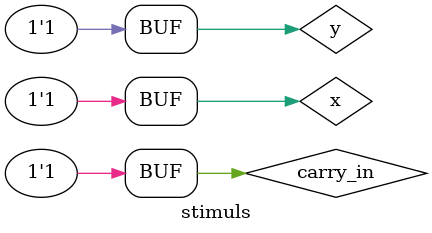
<source format=v>
module stimuls;
    reg carry_in;
    reg x;
    reg y;
    wire sum;
    wire carry_out;

    full_adder uut(.carry_in(carry_in), .x(x), .y(y), .sum(sum), .carry_out(carry_out));

    initial begin
        carry_in = 0;
        x = 0;
        y = 0;
        
        #20 x = 1;
        #20 y = 1;
        #20 carry_in = 1;
    end

    initial begin
        $monitor("[%3d] x(%d) + y(%d) + c(%d) => S(%d), C(%d)", $time, x, y, carry_in, sum, carry_out);
    end
endmodule
</source>
